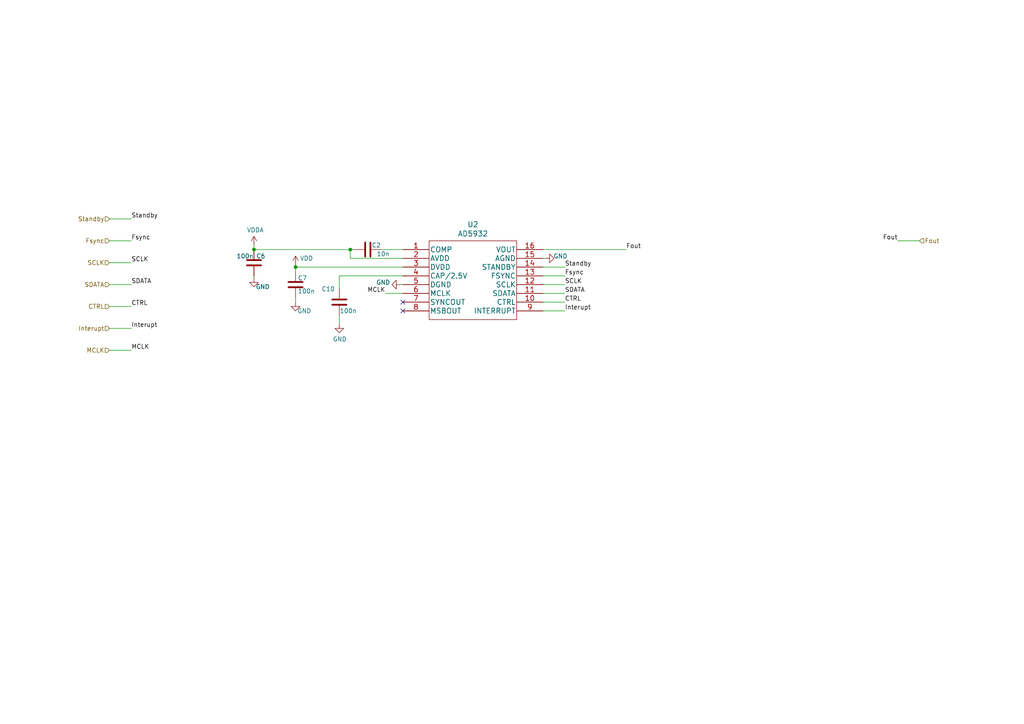
<source format=kicad_sch>
(kicad_sch (version 20211123) (generator eeschema)
  (paper "A4")
  (lib_symbols
    (symbol "Device:C" (pin_numbers hide) (pin_names (offset 0.254))
      (property "Reference" "C" (at 0.635 2.54 0))
      (property "Value" "C" (at 0.635 -2.54 0))
      (symbol "C_0_1"
        (polyline (pts (xy -2.032 -0.762) (xy 2.032 -0.762)) (stroke (width 0.508)))
        (polyline (pts (xy -2.032 0.762) (xy 2.032 0.762)) (stroke (width 0.508)))
      )
      (symbol "C_1_1"
        (pin passive line (at 0 3.81 270) (length 2.794) (name "~") (number "1"))
        (pin passive line (at 0 -3.81 90) (length 2.794) (name "~") (number "2"))
      )
    )
    (symbol "LibPersoNadj:AD5932" (pin_names (offset 0.254))
      (property "Reference" "U" (at -3.81 17.78 0))
      (property "Value" "AD5932" (at -1.27 15.24 0))
      (property "Datasheet" "https://www.analog.com/media/en/technical-documentation/data-sheets/AD5932.pdf" (at -20.32 8.89 0))
      (symbol "AD5932_0_1"
        (rectangle (start -12.7 11.43) (end 12.7 -11.43))
      )
      (symbol "AD5932_1_1"
        (pin unspecified line (at -20.32 8.89 0) (length 7.62) (name "COMP") (number "1"))
        (pin input line (at 20.32 -6.35 180) (length 7.62) (name "CTRL") (number "10"))
        (pin input line (at 20.32 -3.81 180) (length 7.62) (name "SDATA") (number "11"))
        (pin input line (at 20.32 -1.27 180) (length 7.62) (name "SCLK") (number "12"))
        (pin input line (at 20.32 1.27 180) (length 7.62) (name "FSYNC") (number "13"))
        (pin input line (at 20.32 3.81 180) (length 7.62) (name "STANDBY") (number "14"))
        (pin power_in line (at 20.32 6.35 180) (length 7.62) (name "AGND") (number "15"))
        (pin output line (at 20.32 8.89 180) (length 7.62) (name "VOUT") (number "16"))
        (pin power_in line (at -20.32 6.35 0) (length 7.62) (name "AVDD") (number "2"))
        (pin power_in line (at -20.32 3.81 0) (length 7.62) (name "DVDD") (number "3"))
        (pin unspecified line (at -20.32 1.27 0) (length 7.62) (name "CAP/2.5V") (number "4"))
        (pin power_in line (at -20.32 -1.27 0) (length 7.62) (name "DGND") (number "5"))
        (pin input line (at -20.32 -3.81 0) (length 7.62) (name "MCLK") (number "6"))
        (pin output line (at -20.32 -6.35 0) (length 7.62) (name "SYNCOUT") (number "7"))
        (pin output line (at -20.32 -8.89 0) (length 7.62) (name "MSBOUT") (number "8"))
        (pin input line (at 20.32 -8.89 180) (length 7.62) (name "INTERRUPT") (number "9"))
      )
    )
    (symbol "power:GND" (power) (pin_names (offset 0))
      (property "Value" "GND" (at 0 -3.81 0))
      (symbol "GND_0_1"
        (polyline (pts (xy 0 0) (xy 0 -1.27) (xy 1.27 -1.27) (xy 0 -2.54) (xy -1.27 -1.27) (xy 0 -1.27)))
      )
      (symbol "GND_1_1"
        (pin power_in line (at 0 0 270) (length 0) hide (name "GND") (number "1"))
      )
    )
    (symbol "power:VDD" (power) (pin_names (offset 0))
      (property "Value" "VDD" (at 0 3.81 0))
      (symbol "VDD_0_1"
        (polyline (pts (xy -0.762 1.27) (xy 0 2.54)))
        (polyline (pts (xy 0 0) (xy 0 2.54)))
        (polyline (pts (xy 0 2.54) (xy 0.762 1.27)))
      )
      (symbol "VDD_1_1"
        (pin power_in line (at 0 0 90) (length 0) hide (name "VDD") (number "1"))
      )
    )
    (symbol "power:VDDA" (power) (pin_names (offset 0))
      (property "Value" "VDDA" (at 0 3.81 0))
      (symbol "VDDA_0_1"
        (polyline (pts (xy -0.762 1.27) (xy 0 2.54)))
        (polyline (pts (xy 0 0) (xy 0 2.54)))
        (polyline (pts (xy 0 2.54) (xy 0.762 1.27)))
      )
      (symbol "VDDA_1_1"
        (pin power_in line (at 0 0 90) (length 0) hide (name "VDDA") (number "1"))
      )
    )
  )
  (junction (at 101.6 72.39))
  (junction (at 73.66 72.39))
  (junction (at 85.725 77.47))
  (no_connect (at 116.84 87.63))
  (no_connect (at 116.84 90.17))
  (wire (pts (xy 73.66 71.12) (xy 73.66 72.39)))
  (wire (pts (xy 111.76 85.09) (xy 116.84 85.09)))
  (wire (pts (xy 157.48 74.93) (xy 158.115 74.93)))
  (wire (pts (xy 73.66 80.01) (xy 73.66 80.645)))
  (wire (pts (xy 85.725 76.835) (xy 85.725 77.47)))
  (wire (pts (xy 116.84 74.93) (xy 101.6 74.93)))
  (wire (pts (xy 85.725 78.74) (xy 85.725 77.47)))
  (wire (pts (xy 31.75 95.25) (xy 38.1 95.25)))
  (wire (pts (xy 38.1 76.2) (xy 31.75 76.2)))
  (wire (pts (xy 31.75 82.55) (xy 38.1 82.55)))
  (wire (pts (xy 85.725 77.47) (xy 116.84 77.47)))
  (wire (pts (xy 260.35 69.85) (xy 266.7 69.85)))
  (wire (pts (xy 116.84 82.55) (xy 116.205 82.55)))
  (wire (pts (xy 98.425 83.82) (xy 98.425 80.01)))
  (wire (pts (xy 101.6 74.93) (xy 101.6 72.39)))
  (wire (pts (xy 98.425 80.01) (xy 116.84 80.01)))
  (wire (pts (xy 101.6 72.39) (xy 73.66 72.39)))
  (wire (pts (xy 157.48 85.09) (xy 163.83 85.09)))
  (wire (pts (xy 157.48 90.17) (xy 163.83 90.17)))
  (wire (pts (xy 163.83 87.63) (xy 157.48 87.63)))
  (wire (pts (xy 110.49 72.39) (xy 116.84 72.39)))
  (wire (pts (xy 157.48 72.39) (xy 181.61 72.39)))
  (wire (pts (xy 38.1 88.9) (xy 31.75 88.9)))
  (wire (pts (xy 157.48 80.01) (xy 163.83 80.01)))
  (wire (pts (xy 163.83 82.55) (xy 157.48 82.55)))
  (wire (pts (xy 38.1 63.5) (xy 31.75 63.5)))
  (wire (pts (xy 157.48 77.47) (xy 163.83 77.47)))
  (wire (pts (xy 98.425 91.44) (xy 98.425 93.98)))
  (wire (pts (xy 85.725 86.36) (xy 85.725 87.63)))
  (wire (pts (xy 31.75 69.85) (xy 38.1 69.85)))
  (wire (pts (xy 102.87 72.39) (xy 101.6 72.39)))
  (wire (pts (xy 38.1 101.6) (xy 31.75 101.6)))
  (label "Fsync" (at 38.1 69.85 0))
  (label "Standby" (at 38.1 63.5 0))
  (label "Interupt" (at 38.1 95.25 0))
  (label "CTRL" (at 163.83 87.63 0))
  (label "SCLK" (at 38.1 76.2 0))
  (label "Interupt" (at 163.83 90.17 0))
  (label "MCLK" (at 38.1 101.6 0))
  (label "Fout" (at 181.61 72.39 0))
  (label "SCLK" (at 163.83 82.55 0))
  (label "Fout" (at 260.35 69.85 180))
  (label "SDATA" (at 38.1 82.55 0))
  (label "SDATA" (at 163.83 85.09 0))
  (label "CTRL" (at 38.1 88.9 0))
  (label "Fsync" (at 163.83 80.01 0))
  (label "MCLK" (at 111.76 85.09 180))
  (label "Standby" (at 163.83 77.47 0))
  (hierarchical_label "SDATA" (shape input) (at 31.75 82.55 180))
  (hierarchical_label "Standby" (shape input) (at 31.75 63.5 180))
  (hierarchical_label "SCLK" (shape input) (at 31.75 76.2 180))
  (hierarchical_label "Interupt" (shape input) (at 31.75 95.25 180))
  (hierarchical_label "Fsync" (shape input) (at 31.75 69.85 180))
  (hierarchical_label "Fout" (shape input) (at 266.7 69.85 0))
  (hierarchical_label "MCLK" (shape input) (at 31.75 101.6 180))
  (hierarchical_label "CTRL" (shape input) (at 31.75 88.9 180))
  (symbol (lib_id "LibPersoNadj:AD5932") (at 137.16 81.28 0)
    (property "Reference" "U2" (at 137.16 65.1002 0) (effects (font (size 1.524 1.524))))
    (property "Value" "AD5932" (at 137.16 67.7926 0) (effects (font (size 1.524 1.524))))
    (property "Footprint" "Package_SO:TSSOP-16_4.4x5mm_P0.65mm" (effects hide))
    (property "Datasheet" "https://www.analog.com/media/en/technical-documentation/data-sheets/AD5932.pdf" (effects hide))
  )
  (symbol (lib_id "Device:C") (at 98.425 87.63 0)
    (property "Reference" "C10" (at 97.155 83.82 0) (effects (justify right)))
    (property "Value" "100n" (at 103.505 90.17 0) (effects (justify right)))
    (property "Footprint" "Capacitor_SMD:C_0603_1608Metric_Pad1.08x0.95mm_HandSolder" (effects hide))
  )
  (symbol (lib_id "power:GND") (at 98.425 93.98 0)
    (property "Reference" "#PWR017" (effects hide))
    (property "Value" "GND" (at 98.552 98.3742 0))
  )
  (symbol (lib_id "Device:C") (at 85.725 82.55 0)
    (property "Reference" "C7" (at 86.36 80.645 0) (effects (justify left)))
    (property "Value" "100n" (at 86.36 84.455 0) (effects (justify left)))
    (property "Footprint" "Capacitor_SMD:C_0603_1608Metric_Pad1.08x0.95mm_HandSolder" (effects hide))
  )
  (symbol (lib_id "power:GND") (at 85.725 87.63 0)
    (property "Reference" "#PWR016" (effects hide))
    (property "Value" "GND" (at 88.265 90.17 0))
  )
  (symbol (lib_id "Device:C") (at 106.68 72.39 270)
    (property "Reference" "C2" (at 110.49 71.12 90) (effects (justify right)))
    (property "Value" "10n" (at 113.03 73.66 90) (effects (justify right)))
    (property "Footprint" "Capacitor_SMD:C_0603_1608Metric_Pad1.08x0.95mm_HandSolder" (effects hide))
  )
  (symbol (lib_id "power:GND") (at 116.205 82.55 270)
    (property "Reference" "#PWR014" (effects hide))
    (property "Value" "GND" (at 111.125 81.915 90))
  )
  (symbol (lib_id "power:GND") (at 158.115 74.93 90)
    (property "Reference" "#PWR010" (effects hide))
    (property "Value" "GND" (at 162.56 74.295 90))
  )
  (symbol (lib_id "power:VDDA") (at 73.66 71.12 0)
    (property "Reference" "#PWR06" (effects hide))
    (property "Value" "VDDA" (at 74.041 66.7258 0))
  )
  (symbol (lib_id "power:VDD") (at 85.725 76.835 0)
    (property "Reference" "#PWR011" (effects hide))
    (property "Value" "VDD" (at 88.9 74.93 0))
  )
  (symbol (lib_id "Device:C") (at 73.66 76.2 0)
    (property "Reference" "C6" (at 74.295 74.295 0) (effects (justify left)))
    (property "Value" "100n" (at 68.58 74.295 0) (effects (justify left)))
    (property "Footprint" "Capacitor_SMD:C_0603_1608Metric_Pad1.08x0.95mm_HandSolder" (effects hide))
  )
  (symbol (lib_id "power:GND") (at 73.66 80.645 0)
    (property "Reference" "#PWR012" (effects hide))
    (property "Value" "GND" (at 76.2 83.185 0))
  )
)
</source>
